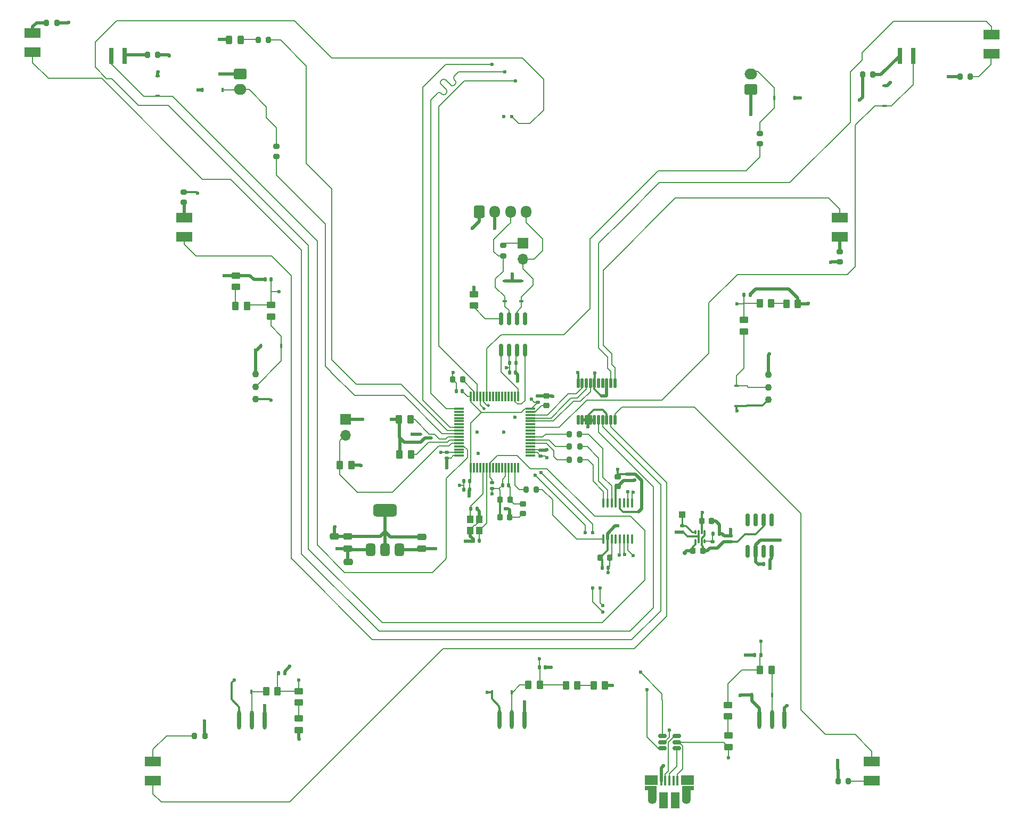
<source format=gtl>
G04 #@! TF.GenerationSoftware,KiCad,Pcbnew,8.0.2*
G04 #@! TF.CreationDate,2025-01-24T23:56:58-07:00*
G04 #@! TF.ProjectId,steering wheel v4,73746565-7269-46e6-9720-776865656c20,rev?*
G04 #@! TF.SameCoordinates,Original*
G04 #@! TF.FileFunction,Copper,L1,Top*
G04 #@! TF.FilePolarity,Positive*
%FSLAX46Y46*%
G04 Gerber Fmt 4.6, Leading zero omitted, Abs format (unit mm)*
G04 Created by KiCad (PCBNEW 8.0.2) date 2025-01-24 23:56:58*
%MOMM*%
%LPD*%
G01*
G04 APERTURE LIST*
G04 Aperture macros list*
%AMRoundRect*
0 Rectangle with rounded corners*
0 $1 Rounding radius*
0 $2 $3 $4 $5 $6 $7 $8 $9 X,Y pos of 4 corners*
0 Add a 4 corners polygon primitive as box body*
4,1,4,$2,$3,$4,$5,$6,$7,$8,$9,$2,$3,0*
0 Add four circle primitives for the rounded corners*
1,1,$1+$1,$2,$3*
1,1,$1+$1,$4,$5*
1,1,$1+$1,$6,$7*
1,1,$1+$1,$8,$9*
0 Add four rect primitives between the rounded corners*
20,1,$1+$1,$2,$3,$4,$5,0*
20,1,$1+$1,$4,$5,$6,$7,0*
20,1,$1+$1,$6,$7,$8,$9,0*
20,1,$1+$1,$8,$9,$2,$3,0*%
G04 Aperture macros list end*
G04 #@! TA.AperFunction,SMDPad,CuDef*
%ADD10RoundRect,0.140000X-0.140000X-0.170000X0.140000X-0.170000X0.140000X0.170000X-0.140000X0.170000X0*%
G04 #@! TD*
G04 #@! TA.AperFunction,SMDPad,CuDef*
%ADD11RoundRect,0.225000X-0.225000X-0.250000X0.225000X-0.250000X0.225000X0.250000X-0.225000X0.250000X0*%
G04 #@! TD*
G04 #@! TA.AperFunction,SMDPad,CuDef*
%ADD12RoundRect,0.250000X0.475000X-0.250000X0.475000X0.250000X-0.475000X0.250000X-0.475000X-0.250000X0*%
G04 #@! TD*
G04 #@! TA.AperFunction,SMDPad,CuDef*
%ADD13RoundRect,0.200000X-0.200000X-0.275000X0.200000X-0.275000X0.200000X0.275000X-0.200000X0.275000X0*%
G04 #@! TD*
G04 #@! TA.AperFunction,SMDPad,CuDef*
%ADD14R,1.000000X1.150000*%
G04 #@! TD*
G04 #@! TA.AperFunction,SMDPad,CuDef*
%ADD15RoundRect,0.250000X-0.262500X-0.450000X0.262500X-0.450000X0.262500X0.450000X-0.262500X0.450000X0*%
G04 #@! TD*
G04 #@! TA.AperFunction,ComponentPad*
%ADD16R,1.700000X1.700000*%
G04 #@! TD*
G04 #@! TA.AperFunction,ComponentPad*
%ADD17O,1.700000X1.700000*%
G04 #@! TD*
G04 #@! TA.AperFunction,SMDPad,CuDef*
%ADD18R,0.800000X0.400000*%
G04 #@! TD*
G04 #@! TA.AperFunction,SMDPad,CuDef*
%ADD19RoundRect,0.250000X-0.450000X0.262500X-0.450000X-0.262500X0.450000X-0.262500X0.450000X0.262500X0*%
G04 #@! TD*
G04 #@! TA.AperFunction,SMDPad,CuDef*
%ADD20RoundRect,0.140000X0.170000X-0.140000X0.170000X0.140000X-0.170000X0.140000X-0.170000X-0.140000X0*%
G04 #@! TD*
G04 #@! TA.AperFunction,SMDPad,CuDef*
%ADD21RoundRect,0.200000X0.200000X0.275000X-0.200000X0.275000X-0.200000X-0.275000X0.200000X-0.275000X0*%
G04 #@! TD*
G04 #@! TA.AperFunction,SMDPad,CuDef*
%ADD22R,2.600000X1.500000*%
G04 #@! TD*
G04 #@! TA.AperFunction,SMDPad,CuDef*
%ADD23RoundRect,0.250000X0.450000X-0.262500X0.450000X0.262500X-0.450000X0.262500X-0.450000X-0.262500X0*%
G04 #@! TD*
G04 #@! TA.AperFunction,SMDPad,CuDef*
%ADD24RoundRect,0.250000X0.262500X0.450000X-0.262500X0.450000X-0.262500X-0.450000X0.262500X-0.450000X0*%
G04 #@! TD*
G04 #@! TA.AperFunction,SMDPad,CuDef*
%ADD25RoundRect,0.218750X-0.256250X0.218750X-0.256250X-0.218750X0.256250X-0.218750X0.256250X0.218750X0*%
G04 #@! TD*
G04 #@! TA.AperFunction,SMDPad,CuDef*
%ADD26RoundRect,0.135000X-0.185000X0.135000X-0.185000X-0.135000X0.185000X-0.135000X0.185000X0.135000X0*%
G04 #@! TD*
G04 #@! TA.AperFunction,SMDPad,CuDef*
%ADD27R,0.400000X1.650000*%
G04 #@! TD*
G04 #@! TA.AperFunction,SMDPad,CuDef*
%ADD28R,1.825000X0.700000*%
G04 #@! TD*
G04 #@! TA.AperFunction,SMDPad,CuDef*
%ADD29R,2.000000X1.500000*%
G04 #@! TD*
G04 #@! TA.AperFunction,SMDPad,CuDef*
%ADD30R,1.350000X2.000000*%
G04 #@! TD*
G04 #@! TA.AperFunction,ComponentPad*
%ADD31O,1.350000X1.700000*%
G04 #@! TD*
G04 #@! TA.AperFunction,ComponentPad*
%ADD32O,1.100000X1.500000*%
G04 #@! TD*
G04 #@! TA.AperFunction,SMDPad,CuDef*
%ADD33R,1.430000X2.500000*%
G04 #@! TD*
G04 #@! TA.AperFunction,ComponentPad*
%ADD34C,1.100000*%
G04 #@! TD*
G04 #@! TA.AperFunction,SMDPad,CuDef*
%ADD35RoundRect,0.100000X0.100000X-0.637500X0.100000X0.637500X-0.100000X0.637500X-0.100000X-0.637500X0*%
G04 #@! TD*
G04 #@! TA.AperFunction,SMDPad,CuDef*
%ADD36RoundRect,0.200000X0.275000X-0.200000X0.275000X0.200000X-0.275000X0.200000X-0.275000X-0.200000X0*%
G04 #@! TD*
G04 #@! TA.AperFunction,SMDPad,CuDef*
%ADD37RoundRect,0.225000X0.250000X-0.225000X0.250000X0.225000X-0.250000X0.225000X-0.250000X-0.225000X0*%
G04 #@! TD*
G04 #@! TA.AperFunction,SMDPad,CuDef*
%ADD38R,0.400000X0.800000*%
G04 #@! TD*
G04 #@! TA.AperFunction,SMDPad,CuDef*
%ADD39RoundRect,0.200000X-0.275000X0.200000X-0.275000X-0.200000X0.275000X-0.200000X0.275000X0.200000X0*%
G04 #@! TD*
G04 #@! TA.AperFunction,SMDPad,CuDef*
%ADD40RoundRect,0.140000X-0.170000X0.140000X-0.170000X-0.140000X0.170000X-0.140000X0.170000X0.140000X0*%
G04 #@! TD*
G04 #@! TA.AperFunction,SMDPad,CuDef*
%ADD41R,1.000000X1.000000*%
G04 #@! TD*
G04 #@! TA.AperFunction,SMDPad,CuDef*
%ADD42RoundRect,0.375000X0.375000X-0.625000X0.375000X0.625000X-0.375000X0.625000X-0.375000X-0.625000X0*%
G04 #@! TD*
G04 #@! TA.AperFunction,SMDPad,CuDef*
%ADD43RoundRect,0.500000X1.400000X-0.500000X1.400000X0.500000X-1.400000X0.500000X-1.400000X-0.500000X0*%
G04 #@! TD*
G04 #@! TA.AperFunction,SMDPad,CuDef*
%ADD44RoundRect,0.135000X-0.135000X-0.185000X0.135000X-0.185000X0.135000X0.185000X-0.135000X0.185000X0*%
G04 #@! TD*
G04 #@! TA.AperFunction,SMDPad,CuDef*
%ADD45RoundRect,0.150000X0.512500X0.150000X-0.512500X0.150000X-0.512500X-0.150000X0.512500X-0.150000X0*%
G04 #@! TD*
G04 #@! TA.AperFunction,SMDPad,CuDef*
%ADD46RoundRect,0.150000X0.150000X-0.825000X0.150000X0.825000X-0.150000X0.825000X-0.150000X-0.825000X0*%
G04 #@! TD*
G04 #@! TA.AperFunction,ComponentPad*
%ADD47R,0.750000X2.530000*%
G04 #@! TD*
G04 #@! TA.AperFunction,ComponentPad*
%ADD48RoundRect,0.250000X-0.600000X-0.725000X0.600000X-0.725000X0.600000X0.725000X-0.600000X0.725000X0*%
G04 #@! TD*
G04 #@! TA.AperFunction,ComponentPad*
%ADD49O,1.700000X1.950000*%
G04 #@! TD*
G04 #@! TA.AperFunction,ComponentPad*
%ADD50RoundRect,0.250000X-0.750000X0.600000X-0.750000X-0.600000X0.750000X-0.600000X0.750000X0.600000X0*%
G04 #@! TD*
G04 #@! TA.AperFunction,ComponentPad*
%ADD51O,2.000000X1.700000*%
G04 #@! TD*
G04 #@! TA.AperFunction,SMDPad,CuDef*
%ADD52RoundRect,0.300000X0.000010X1.200000X-0.000010X1.200000X-0.000010X-1.200000X0.000010X-1.200000X0*%
G04 #@! TD*
G04 #@! TA.AperFunction,SMDPad,CuDef*
%ADD53RoundRect,0.075000X0.075000X-0.260000X0.075000X0.260000X-0.075000X0.260000X-0.075000X-0.260000X0*%
G04 #@! TD*
G04 #@! TA.AperFunction,SMDPad,CuDef*
%ADD54RoundRect,0.075000X0.075000X-0.700000X0.075000X0.700000X-0.075000X0.700000X-0.075000X-0.700000X0*%
G04 #@! TD*
G04 #@! TA.AperFunction,SMDPad,CuDef*
%ADD55RoundRect,0.075000X0.700000X-0.075000X0.700000X0.075000X-0.700000X0.075000X-0.700000X-0.075000X0*%
G04 #@! TD*
G04 #@! TA.AperFunction,SMDPad,CuDef*
%ADD56RoundRect,0.050000X0.175000X-0.700000X0.175000X0.700000X-0.175000X0.700000X-0.175000X-0.700000X0*%
G04 #@! TD*
G04 #@! TA.AperFunction,SMDPad,CuDef*
%ADD57RoundRect,0.090000X0.135000X-0.660000X0.135000X0.660000X-0.135000X0.660000X-0.135000X-0.660000X0*%
G04 #@! TD*
G04 #@! TA.AperFunction,SMDPad,CuDef*
%ADD58RoundRect,0.225000X0.225000X0.250000X-0.225000X0.250000X-0.225000X-0.250000X0.225000X-0.250000X0*%
G04 #@! TD*
G04 #@! TA.AperFunction,SMDPad,CuDef*
%ADD59RoundRect,0.140000X0.140000X0.170000X-0.140000X0.170000X-0.140000X-0.170000X0.140000X-0.170000X0*%
G04 #@! TD*
G04 #@! TA.AperFunction,SMDPad,CuDef*
%ADD60R,0.425000X0.200000*%
G04 #@! TD*
G04 #@! TA.AperFunction,ComponentPad*
%ADD61RoundRect,0.250000X0.750000X-0.600000X0.750000X0.600000X-0.750000X0.600000X-0.750000X-0.600000X0*%
G04 #@! TD*
G04 #@! TA.AperFunction,SMDPad,CuDef*
%ADD62RoundRect,0.135000X0.185000X-0.135000X0.185000X0.135000X-0.185000X0.135000X-0.185000X-0.135000X0*%
G04 #@! TD*
G04 #@! TA.AperFunction,SMDPad,CuDef*
%ADD63RoundRect,0.250000X-0.475000X0.250000X-0.475000X-0.250000X0.475000X-0.250000X0.475000X0.250000X0*%
G04 #@! TD*
G04 #@! TA.AperFunction,SMDPad,CuDef*
%ADD64RoundRect,0.243750X-0.243750X-0.456250X0.243750X-0.456250X0.243750X0.456250X-0.243750X0.456250X0*%
G04 #@! TD*
G04 #@! TA.AperFunction,ViaPad*
%ADD65C,0.600000*%
G04 #@! TD*
G04 #@! TA.AperFunction,ViaPad*
%ADD66C,0.700000*%
G04 #@! TD*
G04 #@! TA.AperFunction,ViaPad*
%ADD67C,0.500000*%
G04 #@! TD*
G04 #@! TA.AperFunction,Conductor*
%ADD68C,0.200000*%
G04 #@! TD*
G04 #@! TA.AperFunction,Conductor*
%ADD69C,0.500000*%
G04 #@! TD*
G04 #@! TA.AperFunction,Conductor*
%ADD70C,0.350000*%
G04 #@! TD*
G04 #@! TA.AperFunction,Conductor*
%ADD71C,0.300000*%
G04 #@! TD*
G04 #@! TA.AperFunction,Conductor*
%ADD72C,0.250000*%
G04 #@! TD*
G04 APERTURE END LIST*
D10*
X166286122Y-113562913D03*
X167246122Y-113562913D03*
D11*
X150071122Y-102762913D03*
X151621122Y-102762913D03*
D12*
X125871122Y-110512913D03*
X125871122Y-108612913D03*
D11*
X150021122Y-105562913D03*
X151571122Y-105562913D03*
D12*
X123746122Y-108562913D03*
D13*
X154196122Y-101087913D03*
X155846122Y-101087913D03*
D14*
X145346122Y-105887913D03*
X145346122Y-107637913D03*
X146746122Y-107637913D03*
X146746122Y-105887913D03*
D15*
X195583622Y-71537913D03*
X197408622Y-71537913D03*
D16*
X125471122Y-89922913D03*
D17*
X125471122Y-92462913D03*
D13*
X223171122Y-35412913D03*
X224821122Y-35412913D03*
D10*
X191991122Y-112987913D03*
X192951122Y-112987913D03*
D18*
X95646122Y-35312913D03*
X95646122Y-38512913D03*
D19*
X186246122Y-135387913D03*
X186246122Y-137212913D03*
D20*
X148796122Y-100992913D03*
X148796122Y-100032913D03*
D21*
X103125000Y-140300000D03*
X101475000Y-140300000D03*
D22*
X94850000Y-147400000D03*
X94850000Y-144400000D03*
D10*
X143116122Y-85487913D03*
X144076122Y-85487913D03*
D19*
X186346122Y-140250413D03*
X186346122Y-142075413D03*
D23*
X108071122Y-68887913D03*
X108071122Y-67062913D03*
D13*
X203780000Y-147520000D03*
X205430000Y-147520000D03*
D24*
X135808622Y-89987913D03*
X133983622Y-89987913D03*
D25*
X153696122Y-103387913D03*
X153696122Y-104962913D03*
D26*
X178996122Y-106867913D03*
X178996122Y-107887913D03*
D27*
X175675000Y-147435000D03*
X176325000Y-147435000D03*
X176975000Y-147435000D03*
X177625000Y-147435000D03*
X178275000Y-147435000D03*
D28*
X174025000Y-148635000D03*
D29*
X174125000Y-147335000D03*
D30*
X174245000Y-149385000D03*
D31*
X174245000Y-150315000D03*
D32*
X174555000Y-147315000D03*
D33*
X176015000Y-150585000D03*
X177935000Y-150585000D03*
D32*
X179395000Y-147315000D03*
D31*
X179705000Y-150315000D03*
D30*
X179725000Y-149385000D03*
D29*
X179875000Y-147315000D03*
D28*
X179975000Y-148635000D03*
D16*
X153700000Y-61900000D03*
D17*
X153700000Y-64440000D03*
D13*
X207671122Y-35087913D03*
X209321122Y-35087913D03*
D34*
X192721122Y-82837913D03*
X192721122Y-84837913D03*
X192721122Y-86837913D03*
D22*
X204075000Y-57900000D03*
X204075000Y-60900000D03*
D35*
X166496122Y-108987913D03*
X167146122Y-108987913D03*
X167796122Y-108987913D03*
X168446122Y-108987913D03*
X169096122Y-108987913D03*
X169746122Y-108987913D03*
X170396122Y-108987913D03*
X171046122Y-108987913D03*
X171046122Y-103262913D03*
X170396122Y-103262913D03*
X169746122Y-103262913D03*
X169096122Y-103262913D03*
X168446122Y-103262913D03*
X167796122Y-103262913D03*
X167146122Y-103262913D03*
X166496122Y-103262913D03*
D11*
X182151122Y-106137913D03*
X183701122Y-106137913D03*
D36*
X204096122Y-64912913D03*
X204096122Y-63262913D03*
D18*
X150825000Y-71150000D03*
X150825000Y-67950000D03*
X187675000Y-87837500D03*
X187675000Y-84637500D03*
D23*
X145896122Y-71837913D03*
X145896122Y-70012913D03*
D37*
X157421122Y-87762913D03*
X157421122Y-86212913D03*
D38*
X196871122Y-38787913D03*
X193671122Y-38787913D03*
D39*
X99796122Y-53787913D03*
X99796122Y-55437913D03*
D40*
X141571122Y-95162913D03*
X141571122Y-96122913D03*
D24*
X135883622Y-95512913D03*
X134058622Y-95512913D03*
D41*
X179025000Y-105075000D03*
D38*
X112075000Y-78250000D03*
X115275000Y-78250000D03*
D22*
X99870000Y-60885000D03*
X99870000Y-57885000D03*
D42*
X129471122Y-110687913D03*
X131771122Y-110687913D03*
D43*
X131771122Y-104387913D03*
D42*
X134071122Y-110687913D03*
D24*
X156358622Y-132237913D03*
X154533622Y-132237913D03*
D36*
X150550000Y-63950000D03*
X150550000Y-62300000D03*
D44*
X183886122Y-108177913D03*
X184906122Y-108177913D03*
D10*
X145411122Y-104187913D03*
X146371122Y-104187913D03*
D45*
X178137500Y-142256043D03*
X178137500Y-141306043D03*
X178137500Y-140356043D03*
X175862500Y-140356043D03*
X175862500Y-141306043D03*
X175862500Y-142256043D03*
D10*
X144261122Y-101162913D03*
X145221122Y-101162913D03*
D20*
X170271122Y-99662913D03*
X170271122Y-98702913D03*
D13*
X111608622Y-29612913D03*
X113258622Y-29612913D03*
D46*
X150186122Y-78912913D03*
X151456122Y-78912913D03*
X152726122Y-78912913D03*
X153996122Y-78912913D03*
X153996122Y-73962913D03*
X152726122Y-73962913D03*
X151456122Y-73962913D03*
X150186122Y-73962913D03*
D22*
X228200000Y-28750000D03*
X228200000Y-31750000D03*
D47*
X213598622Y-32095413D03*
X215728622Y-32095413D03*
D48*
X146721122Y-56937913D03*
D49*
X149221122Y-56937913D03*
X151721122Y-56937913D03*
X154221122Y-56937913D03*
D21*
X95646122Y-31987913D03*
X93996122Y-31987913D03*
D18*
X211171122Y-36887913D03*
X211171122Y-40087913D03*
D20*
X186696122Y-109457913D03*
X186696122Y-108497913D03*
D50*
X108721122Y-34987913D03*
D51*
X108721122Y-37487913D03*
D52*
X195296122Y-137737913D03*
X193296122Y-137737913D03*
X191296122Y-137737913D03*
D19*
X118071122Y-133187913D03*
X118071122Y-135012913D03*
D12*
X137621122Y-110537913D03*
X137621122Y-108637913D03*
D10*
X150446122Y-100412913D03*
X151406122Y-100412913D03*
D11*
X142546122Y-83612913D03*
X144096122Y-83612913D03*
D52*
X153946122Y-137712913D03*
X151946122Y-137712913D03*
X149946122Y-137712913D03*
D53*
X181096122Y-109377913D03*
X181596122Y-109377913D03*
X182096122Y-109377913D03*
X182596122Y-109377913D03*
X182596122Y-107897913D03*
X182096122Y-107897913D03*
X181596122Y-107897913D03*
X181096122Y-107897913D03*
D47*
X90336122Y-32112913D03*
X88206122Y-32112913D03*
D13*
X161071122Y-96387913D03*
X162721122Y-96387913D03*
D54*
X145421122Y-97662913D03*
X145921122Y-97662913D03*
X146421122Y-97662913D03*
X146921122Y-97662913D03*
X147421122Y-97662913D03*
X147921122Y-97662913D03*
X148421122Y-97662913D03*
X148921122Y-97662913D03*
X149421122Y-97662913D03*
X149921122Y-97662913D03*
X150421122Y-97662913D03*
X150921122Y-97662913D03*
X151421122Y-97662913D03*
X151921122Y-97662913D03*
X152421122Y-97662913D03*
X152921122Y-97662913D03*
D55*
X154846122Y-95737913D03*
X154846122Y-95237913D03*
X154846122Y-94737913D03*
X154846122Y-94237913D03*
X154846122Y-93737913D03*
X154846122Y-93237913D03*
X154846122Y-92737913D03*
X154846122Y-92237913D03*
X154846122Y-91737913D03*
X154846122Y-91237913D03*
X154846122Y-90737913D03*
X154846122Y-90237913D03*
X154846122Y-89737913D03*
X154846122Y-89237913D03*
X154846122Y-88737913D03*
X154846122Y-88237913D03*
D54*
X152921122Y-86312913D03*
X152421122Y-86312913D03*
X151921122Y-86312913D03*
X151421122Y-86312913D03*
X150921122Y-86312913D03*
X150421122Y-86312913D03*
X149921122Y-86312913D03*
X149421122Y-86312913D03*
X148921122Y-86312913D03*
X148421122Y-86312913D03*
X147921122Y-86312913D03*
X147421122Y-86312913D03*
X146921122Y-86312913D03*
X146421122Y-86312913D03*
X145921122Y-86312913D03*
X145421122Y-86312913D03*
D55*
X143496122Y-88237913D03*
X143496122Y-88737913D03*
X143496122Y-89237913D03*
X143496122Y-89737913D03*
X143496122Y-90237913D03*
X143496122Y-90737913D03*
X143496122Y-91237913D03*
X143496122Y-91737913D03*
X143496122Y-92237913D03*
X143496122Y-92737913D03*
X143496122Y-93237913D03*
X143496122Y-93737913D03*
X143496122Y-94237913D03*
X143496122Y-94737913D03*
X143496122Y-95237913D03*
X143496122Y-95737913D03*
D21*
X162746122Y-94287913D03*
X161096122Y-94287913D03*
D38*
X148746122Y-133362913D03*
X151946122Y-133362913D03*
D10*
X151611122Y-81012913D03*
X152571122Y-81012913D03*
D15*
X160507500Y-132260000D03*
X162332500Y-132260000D03*
D11*
X165971122Y-111962913D03*
X167521122Y-111962913D03*
D19*
X113646122Y-71762913D03*
X113646122Y-73587913D03*
D22*
X75725000Y-31500000D03*
X75725000Y-28500000D03*
D15*
X191333622Y-71512913D03*
X193158622Y-71512913D03*
D10*
X151586122Y-82537913D03*
X152546122Y-82537913D03*
D56*
X162471122Y-90012913D03*
X163121122Y-90012913D03*
X163771122Y-90012913D03*
X164421122Y-90012913D03*
X165071122Y-90012913D03*
D57*
X165721122Y-90012913D03*
D56*
X166371122Y-90012913D03*
D57*
X167021122Y-90012913D03*
X167671122Y-90012913D03*
D56*
X168321122Y-90012913D03*
X168321122Y-84212913D03*
X167671122Y-84212913D03*
D57*
X167021122Y-84212913D03*
X166371122Y-84212913D03*
D56*
X165721122Y-84212913D03*
D57*
X165071122Y-84212913D03*
X164421122Y-84212913D03*
D56*
X163771122Y-84212913D03*
D57*
X163121122Y-84212913D03*
X162471122Y-84212913D03*
D58*
X182271122Y-110877913D03*
X180721122Y-110877913D03*
D10*
X188841122Y-70112913D03*
X189801122Y-70112913D03*
D24*
X109821122Y-71887913D03*
X107996122Y-71887913D03*
X126421122Y-97262913D03*
X124596122Y-97262913D03*
D19*
X188821122Y-74112913D03*
X188821122Y-75937913D03*
D37*
X168771122Y-100612913D03*
X168771122Y-99062913D03*
D38*
X102746122Y-37537913D03*
X105946122Y-37537913D03*
D39*
X114521122Y-46487913D03*
X114521122Y-48137913D03*
D59*
X146735000Y-109284999D03*
X145775000Y-109284999D03*
D60*
X139121122Y-93587913D03*
X139121122Y-92937913D03*
X139121122Y-92287913D03*
X137446122Y-92287913D03*
X137446122Y-93587913D03*
D10*
X144271122Y-99787913D03*
X145231122Y-99787913D03*
D18*
X153475000Y-67975000D03*
X153475000Y-71175000D03*
D20*
X156496122Y-95792913D03*
X156496122Y-94832913D03*
D34*
X111156122Y-86752913D03*
X111156122Y-84752913D03*
X111156122Y-82752913D03*
D46*
X189436122Y-110912913D03*
X190706122Y-110912913D03*
X191976122Y-110912913D03*
X193246122Y-110912913D03*
X193246122Y-105962913D03*
X191976122Y-105962913D03*
X190706122Y-105962913D03*
X189436122Y-105962913D03*
D40*
X156046122Y-86262913D03*
X156046122Y-87222913D03*
D10*
X114866122Y-130312913D03*
X115826122Y-130312913D03*
D15*
X191383622Y-129812913D03*
X193208622Y-129812913D03*
D59*
X113651122Y-67662913D03*
X112691122Y-67662913D03*
D19*
X118046122Y-137562913D03*
X118046122Y-139387913D03*
D21*
X79571122Y-26837913D03*
X77921122Y-26837913D03*
D15*
X164920000Y-132310000D03*
X166745000Y-132310000D03*
D39*
X191396122Y-44462913D03*
X191396122Y-46112913D03*
D61*
X189921122Y-37487913D03*
D51*
X189921122Y-34987913D03*
D62*
X183826122Y-110447913D03*
X183826122Y-109427913D03*
D63*
X125921122Y-112637913D03*
D52*
X112596122Y-137787913D03*
X110596122Y-137787913D03*
X108596122Y-137787913D03*
D38*
X107346122Y-133337913D03*
X110546122Y-133337913D03*
D24*
X114696122Y-133237913D03*
X112871122Y-133237913D03*
D13*
X161046122Y-92287913D03*
X162696122Y-92287913D03*
D38*
X190096122Y-133837913D03*
X193296122Y-133837913D03*
D64*
X106950000Y-29587500D03*
X108825000Y-29587500D03*
D10*
X156311122Y-129437913D03*
X157271122Y-129437913D03*
D22*
X209175000Y-144425000D03*
X209175000Y-147425000D03*
D59*
X191521122Y-127462913D03*
X190561122Y-127462913D03*
D65*
X152400000Y-89600000D03*
X146600000Y-95400000D03*
X146400000Y-92000000D03*
X150600000Y-92000000D03*
X95671122Y-34662913D03*
X199100000Y-71500000D03*
X123796122Y-107037913D03*
X187700000Y-88587500D03*
X157500000Y-96025000D03*
X142571122Y-82462913D03*
X107771122Y-131437913D03*
X106221122Y-67112913D03*
X151096122Y-81762913D03*
X118096122Y-140812913D03*
D66*
X179396122Y-111177913D03*
D65*
X111150000Y-78950000D03*
X165120000Y-82590000D03*
X143646122Y-100487913D03*
X102071122Y-37562913D03*
X167907500Y-132310000D03*
X189116122Y-127462913D03*
X197771122Y-38837913D03*
X188196122Y-133887913D03*
X150660000Y-41780000D03*
X164030000Y-91120000D03*
X158146122Y-129437913D03*
X145621122Y-59512913D03*
X116621122Y-129262913D03*
X127925000Y-97300000D03*
X186671122Y-107462913D03*
X148796122Y-101812913D03*
X144550000Y-109325000D03*
X132771122Y-89937913D03*
X186346122Y-143787913D03*
X192946122Y-113687913D03*
X212146122Y-36312913D03*
X168800000Y-97875000D03*
X152025000Y-66825000D03*
X158446122Y-86337913D03*
X167271122Y-114362913D03*
X140670000Y-95170000D03*
X148046122Y-133387913D03*
X145921122Y-68912913D03*
X105446122Y-29537913D03*
X150871122Y-104137913D03*
X152871122Y-83812913D03*
X136071122Y-92287913D03*
X207221122Y-39137913D03*
X155025000Y-86750000D03*
X97496122Y-32112913D03*
X157471122Y-94812913D03*
X171446122Y-99637913D03*
X145121122Y-102137913D03*
X141546122Y-97637913D03*
X162440000Y-82530000D03*
X139771122Y-110512913D03*
X105546122Y-34987913D03*
X189896122Y-41462913D03*
X128171122Y-89937913D03*
X101921122Y-53937913D03*
X182221122Y-104737913D03*
X221371122Y-35437913D03*
X153921122Y-134887913D03*
X176000000Y-145056043D03*
X203730000Y-144220000D03*
X112646122Y-135537913D03*
X194621122Y-109187913D03*
X81471122Y-26787913D03*
X177000000Y-139400000D03*
X113671122Y-86937913D03*
X103075000Y-137925000D03*
X124171122Y-110562913D03*
X195646122Y-135487913D03*
X202621122Y-64962913D03*
X192871122Y-79512913D03*
X149171122Y-59562913D03*
X178096122Y-107887913D03*
X168746122Y-106912913D03*
X151920000Y-41780000D03*
X152521122Y-36070000D03*
X148740000Y-33480000D03*
X150775000Y-34685000D03*
X156321122Y-128012913D03*
X169844464Y-111486407D03*
X191546122Y-125275413D03*
X171196122Y-111612913D03*
X169046122Y-111537913D03*
X118071122Y-131437913D03*
X187696122Y-71537913D03*
X171195577Y-101517522D03*
X166000000Y-116800000D03*
X164800000Y-108000000D03*
X156600000Y-98400000D03*
X173400000Y-133000000D03*
D67*
X148200003Y-87750000D03*
D65*
X166400000Y-119600000D03*
X163600000Y-108000000D03*
X155600000Y-98800000D03*
X166400000Y-120600000D03*
D67*
X147500000Y-88250000D03*
D65*
X164800000Y-116800000D03*
X172400000Y-130200000D03*
X170396122Y-101487913D03*
X114921122Y-69587913D03*
D68*
X147421122Y-86312913D02*
X147421122Y-87120323D01*
X147421122Y-87120323D02*
X148050799Y-87750000D01*
X148050799Y-87750000D02*
X148200003Y-87750000D01*
X146921122Y-86312913D02*
X146921122Y-87671122D01*
X146921122Y-87671122D02*
X147500000Y-88250000D01*
X166000000Y-119200000D02*
X166400000Y-119600000D01*
X139296122Y-114312913D02*
X125346122Y-114312913D01*
X141321122Y-112287913D02*
X139296122Y-114312913D01*
X144846122Y-94780503D02*
X144846122Y-96012913D01*
X143496122Y-94237913D02*
X144303532Y-94237913D01*
X97946122Y-38562913D02*
X97946122Y-38587913D01*
X97946122Y-38562913D02*
X93371122Y-38562913D01*
X141496122Y-99362913D02*
X141496122Y-112087913D01*
X97946122Y-38587913D02*
X120971122Y-61612913D01*
X125346122Y-114312913D02*
X120971122Y-109937913D01*
X93371122Y-38562913D02*
X88206122Y-33397913D01*
X141321122Y-112262913D02*
X141321122Y-112287913D01*
X141496122Y-112087913D02*
X141321122Y-112262913D01*
X144303532Y-94237913D02*
X144846122Y-94780503D01*
X120971122Y-109937913D02*
X120971122Y-61612913D01*
X88206122Y-33397913D02*
X88206122Y-32112913D01*
X144846122Y-96012913D02*
X141496122Y-99362913D01*
D69*
X90461122Y-31987913D02*
X90336122Y-32112913D01*
X93996122Y-31987913D02*
X90461122Y-31987913D01*
D68*
X183246122Y-79437913D02*
X183246122Y-71437913D01*
X206546122Y-43162913D02*
X206546122Y-65612914D01*
X215728622Y-32095413D02*
X215728622Y-36655413D01*
X211171122Y-40087913D02*
X209621122Y-40087913D01*
X154846122Y-91237913D02*
X159446122Y-91237913D01*
X206571122Y-65587913D02*
X206467018Y-65692018D01*
X205246122Y-66912913D02*
X187771122Y-66912913D01*
X175821122Y-86862913D02*
X183246122Y-79437913D01*
X206546122Y-65612914D02*
X206467018Y-65692018D01*
X212246122Y-40087913D02*
X211171122Y-40087913D01*
X212271122Y-40112913D02*
X212246122Y-40087913D01*
X206467018Y-65692018D02*
X205246122Y-66912913D01*
X187771122Y-66912913D02*
X183246122Y-71437913D01*
X215728622Y-36655413D02*
X212271122Y-40112913D01*
X209621122Y-40087913D02*
X206546122Y-43162913D01*
X163821122Y-86862913D02*
X175821122Y-86862913D01*
X159446122Y-91237913D02*
X163821122Y-86862913D01*
D70*
X213496122Y-32197913D02*
X213598622Y-32095413D01*
D69*
X209321122Y-35087913D02*
X210606122Y-35087913D01*
X210606122Y-35087913D02*
X213598622Y-32095413D01*
D68*
X178506043Y-141306043D02*
X178137500Y-141306043D01*
D69*
X150825000Y-67950000D02*
X152025000Y-67950000D01*
X134071122Y-89987913D02*
X134071122Y-92862913D01*
D70*
X149896122Y-135787913D02*
X149946122Y-135837913D01*
D69*
X193246122Y-112032913D02*
X193246122Y-110912913D01*
D68*
X142546122Y-82487913D02*
X142571122Y-82462913D01*
D69*
X146721122Y-56937913D02*
X146721122Y-58412913D01*
X146746122Y-104562913D02*
X146371122Y-104187913D01*
D68*
X167521122Y-113287913D02*
X167246122Y-113562913D01*
D69*
X190096122Y-134762913D02*
X190096122Y-133837913D01*
D68*
X143116122Y-85487913D02*
X143116122Y-84182913D01*
D70*
X150071122Y-104162913D02*
X150071122Y-102762913D01*
X165071122Y-83412913D02*
X165071122Y-84212913D01*
D69*
X184356122Y-106137913D02*
X183701122Y-106137913D01*
D68*
X146196122Y-106762913D02*
X146746122Y-106212913D01*
D69*
X211171122Y-36887913D02*
X211571122Y-36887913D01*
X184906122Y-108177913D02*
X184906122Y-106687913D01*
D68*
X156496122Y-95792913D02*
X157267913Y-95792913D01*
D70*
X148746122Y-133362913D02*
X148071122Y-133362913D01*
D69*
X145346122Y-108546122D02*
X145346122Y-107637913D01*
X192951122Y-112327913D02*
X192951122Y-112987913D01*
X157421122Y-86212913D02*
X158321122Y-86212913D01*
X110296122Y-67062913D02*
X110896122Y-67662913D01*
D68*
X148796122Y-100992913D02*
X148796122Y-101812913D01*
D69*
X111156122Y-82752913D02*
X111156122Y-79072913D01*
X188246122Y-133837913D02*
X188196122Y-133887913D01*
X196871122Y-38787913D02*
X197721122Y-38787913D01*
X134071122Y-89987913D02*
X132821122Y-89987913D01*
D68*
X143671122Y-100462913D02*
X143646122Y-100487913D01*
D70*
X168771122Y-97903878D02*
X168800000Y-97875000D01*
D69*
X189801122Y-70112913D02*
X189801122Y-70082913D01*
D70*
X149946122Y-135837913D02*
X149946122Y-137712913D01*
D68*
X141571122Y-95162913D02*
X141646122Y-95237913D01*
D70*
X148746122Y-134437913D02*
X149896122Y-135587913D01*
D69*
X152025000Y-67950000D02*
X153450000Y-67950000D01*
D70*
X148746122Y-133362913D02*
X148746122Y-134437913D01*
X189296122Y-87787913D02*
X191771122Y-87787913D01*
D69*
X145896122Y-70012913D02*
X145896122Y-68937913D01*
X189801122Y-70082913D02*
X190721122Y-69162913D01*
D68*
X185576752Y-141306043D02*
X178137500Y-141306043D01*
X151456122Y-78912913D02*
X151456122Y-80857913D01*
D69*
X102096122Y-37537913D02*
X102071122Y-37562913D01*
X102746122Y-37537913D02*
X102096122Y-37537913D01*
D68*
X144261122Y-99797913D02*
X144271122Y-99787913D01*
D69*
X123746122Y-107087913D02*
X123796122Y-107037913D01*
X127887913Y-97262913D02*
X127925000Y-97300000D01*
D70*
X108596122Y-135762913D02*
X108596122Y-137787913D01*
D69*
X125871122Y-108612913D02*
X130971122Y-108612913D01*
X158321122Y-86212913D02*
X158446122Y-86337913D01*
X131771122Y-110687913D02*
X131771122Y-107812913D01*
D70*
X187675000Y-87837500D02*
X187675000Y-88562500D01*
D69*
X180721122Y-110877913D02*
X179696122Y-110877913D01*
X192951122Y-113682913D02*
X192946122Y-113687913D01*
D70*
X148071122Y-133362913D02*
X148046122Y-133387913D01*
D69*
X145896122Y-68937913D02*
X145921122Y-68912913D01*
D68*
X140670000Y-95170000D02*
X141164035Y-95170000D01*
D70*
X191771122Y-87787913D02*
X192721122Y-86837913D01*
D69*
X132821122Y-89987913D02*
X132771122Y-89937913D01*
D70*
X164071122Y-89812913D02*
X164071122Y-90837913D01*
D68*
X144261122Y-100462913D02*
X144261122Y-99797913D01*
D69*
X152025000Y-67950000D02*
X152025000Y-66825000D01*
X166745000Y-132310000D02*
X167907500Y-132310000D01*
X185396122Y-108177913D02*
X185716122Y-108497913D01*
X190096122Y-133837913D02*
X188246122Y-133837913D01*
X126421122Y-97262913D02*
X127887913Y-97262913D01*
D68*
X151586122Y-81762913D02*
X151586122Y-81037913D01*
D71*
X181096122Y-109377913D02*
X181096122Y-109877913D01*
D68*
X145346122Y-107637913D02*
X145346122Y-107362913D01*
D70*
X168771122Y-99062913D02*
X169131122Y-98702913D01*
D68*
X151586122Y-81762913D02*
X151096122Y-81762913D01*
D69*
X172550000Y-99681130D02*
X171571783Y-98702913D01*
D70*
X169096122Y-103262913D02*
X169096122Y-104131001D01*
D69*
X199062087Y-71537913D02*
X199100000Y-71500000D01*
X184906122Y-106687913D02*
X184356122Y-106137913D01*
D68*
X178275000Y-147435000D02*
X178275000Y-146410000D01*
D69*
X157371122Y-86262913D02*
X157421122Y-86212913D01*
X144550000Y-109325000D02*
X145734999Y-109325000D01*
X111150000Y-78950000D02*
X111375000Y-78950000D01*
X123746122Y-108562913D02*
X125126122Y-108562913D01*
X191296122Y-135962913D02*
X190096122Y-134762913D01*
D70*
X167021122Y-89087913D02*
X167021122Y-89812913D01*
D68*
X179100000Y-145585000D02*
X179100000Y-141900000D01*
D70*
X107346122Y-133337913D02*
X107346122Y-131862913D01*
X166396122Y-88462913D02*
X167021122Y-89087913D01*
D69*
X130971122Y-108612913D02*
X131771122Y-107812913D01*
D71*
X181096122Y-109877913D02*
X180721122Y-110252913D01*
D70*
X189246535Y-87837500D02*
X189296122Y-87787913D01*
D69*
X163771122Y-90012913D02*
X163146122Y-90012913D01*
D68*
X141571122Y-95162913D02*
X141171122Y-95162913D01*
D69*
X191296122Y-137737913D02*
X191296122Y-135962913D01*
D70*
X107346122Y-133337913D02*
X107346122Y-134512913D01*
D69*
X145734999Y-109325000D02*
X145775000Y-109284999D01*
X172550000Y-104150000D02*
X172550000Y-99681130D01*
X134796122Y-93587913D02*
X134146122Y-92937913D01*
X192951122Y-112987913D02*
X192951122Y-113682913D01*
D68*
X144261122Y-101162913D02*
X144261122Y-100462913D01*
X179100000Y-141900000D02*
X178506043Y-141306043D01*
D69*
X157271122Y-129437913D02*
X158146122Y-129437913D01*
D68*
X167796122Y-111687913D02*
X167796122Y-108987913D01*
X155941122Y-95237913D02*
X156496122Y-95792913D01*
D70*
X150021122Y-105562913D02*
X150021122Y-104212913D01*
D69*
X211571122Y-36887913D02*
X212146122Y-36312913D01*
D68*
X144261122Y-100462913D02*
X143671122Y-100462913D01*
D70*
X169096122Y-104131001D02*
X169640121Y-104675000D01*
D69*
X184906122Y-108177913D02*
X185396122Y-108177913D01*
D68*
X150921122Y-99037913D02*
X150446122Y-99512913D01*
D69*
X115826122Y-130312913D02*
X115826122Y-130057913D01*
X146746122Y-105887913D02*
X146746122Y-104562913D01*
X118046122Y-140762913D02*
X118096122Y-140812913D01*
D68*
X143116122Y-84182913D02*
X142546122Y-83612913D01*
D69*
X171571783Y-98702913D02*
X170271122Y-98702913D01*
D70*
X165120000Y-83364035D02*
X165071122Y-83412913D01*
D68*
X141646122Y-95237913D02*
X143496122Y-95237913D01*
D69*
X195896122Y-69162913D02*
X195996122Y-69262913D01*
X164015000Y-90140000D02*
X165015000Y-90140000D01*
D68*
X154846122Y-95237913D02*
X155941122Y-95237913D01*
X167246122Y-114337913D02*
X167271122Y-114362913D01*
X151586122Y-82537913D02*
X151586122Y-81762913D01*
D70*
X169131122Y-98702913D02*
X170271122Y-98702913D01*
D69*
X167021122Y-86212913D02*
X167021122Y-84412913D01*
X186696122Y-108497913D02*
X186696122Y-107487913D01*
D71*
X180721122Y-110252913D02*
X180721122Y-110877913D01*
D69*
X145775000Y-109284999D02*
X145775000Y-108975000D01*
X132596122Y-108637913D02*
X131771122Y-107812913D01*
D68*
X186346122Y-142075413D02*
X186346122Y-143787913D01*
X150071122Y-102762913D02*
X150071122Y-101197913D01*
D69*
X172025000Y-104675000D02*
X172550000Y-104150000D01*
D70*
X165071122Y-85162913D02*
X166121122Y-86212913D01*
X164071122Y-90837913D02*
X164046122Y-90862913D01*
D69*
X118046122Y-139387913D02*
X118046122Y-140762913D01*
X153450000Y-67950000D02*
X153475000Y-67975000D01*
X197408622Y-70675413D02*
X195996122Y-69262913D01*
X186696122Y-107487913D02*
X186671122Y-107462913D01*
X156046122Y-86262913D02*
X157371122Y-86262913D01*
D68*
X186346122Y-142075413D02*
X185576752Y-141306043D01*
D69*
X111375000Y-78950000D02*
X112075000Y-78250000D01*
D68*
X167246122Y-113562913D02*
X167246122Y-114337913D01*
D70*
X149896122Y-135587913D02*
X149896122Y-135787913D01*
D69*
X166121122Y-86212913D02*
X167021122Y-86212913D01*
D68*
X149866122Y-100992913D02*
X150446122Y-100412913D01*
D70*
X107346122Y-134512913D02*
X108596122Y-135762913D01*
D69*
X190721122Y-69162913D02*
X195896122Y-69162913D01*
D70*
X150021122Y-104212913D02*
X150071122Y-104162913D01*
D69*
X137446122Y-93587913D02*
X134796122Y-93587913D01*
D68*
X178275000Y-146410000D02*
X179100000Y-145585000D01*
D69*
X95646122Y-34687913D02*
X95671122Y-34662913D01*
D68*
X145346122Y-107362913D02*
X145946122Y-106762913D01*
D69*
X197721122Y-38787913D02*
X197771122Y-38837913D01*
X185716122Y-108497913D02*
X186696122Y-108497913D01*
D68*
X148796122Y-100992913D02*
X149866122Y-100992913D01*
D69*
X108071122Y-67062913D02*
X107171122Y-67062913D01*
X146721122Y-58412913D02*
X145621122Y-59512913D01*
D68*
X146746122Y-106212913D02*
X146746122Y-105887913D01*
D70*
X169640121Y-104675000D02*
X172025000Y-104675000D01*
D69*
X197408622Y-71537913D02*
X199062087Y-71537913D01*
D70*
X187675000Y-87837500D02*
X189246535Y-87837500D01*
D68*
X167521122Y-111962913D02*
X167796122Y-111687913D01*
D69*
X137621122Y-108637913D02*
X132596122Y-108637913D01*
D70*
X164071122Y-89812913D02*
X164071122Y-89312913D01*
D68*
X151456122Y-80857913D02*
X151611122Y-81012913D01*
D69*
X131771122Y-107812913D02*
X131771122Y-104387913D01*
X139121122Y-92937913D02*
X138096122Y-92937913D01*
D70*
X164921122Y-88462913D02*
X166396122Y-88462913D01*
D68*
X150446122Y-99512913D02*
X150446122Y-100412913D01*
X142546122Y-83612913D02*
X142546122Y-82487913D01*
D69*
X134146122Y-95512913D02*
X134146122Y-92937913D01*
X106271122Y-67062913D02*
X106221122Y-67112913D01*
X112691122Y-67662913D02*
X110896122Y-67662913D01*
X107171122Y-67062913D02*
X106271122Y-67062913D01*
X179696122Y-110877913D02*
X179396122Y-111177913D01*
D70*
X107346122Y-131862913D02*
X107771122Y-131437913D01*
D69*
X95646122Y-35312913D02*
X95646122Y-34687913D01*
D68*
X141164035Y-95170000D02*
X141171122Y-95162913D01*
D69*
X190561122Y-127462913D02*
X189116122Y-127462913D01*
D70*
X168771122Y-99062913D02*
X168771122Y-97903878D01*
D69*
X145775000Y-108975000D02*
X145346122Y-108546122D01*
X197408622Y-71537913D02*
X197408622Y-70675413D01*
D70*
X165120000Y-82590000D02*
X165120000Y-83364035D01*
D69*
X108071122Y-67062913D02*
X110296122Y-67062913D01*
X193246122Y-112032913D02*
X192951122Y-112327913D01*
D68*
X157267913Y-95792913D02*
X157500000Y-96025000D01*
D69*
X138096122Y-92937913D02*
X137446122Y-93587913D01*
D68*
X150921122Y-97662913D02*
X150921122Y-99037913D01*
D70*
X165071122Y-84212913D02*
X165071122Y-85162913D01*
D69*
X123746122Y-108562913D02*
X123746122Y-107087913D01*
D68*
X151586122Y-81037913D02*
X151611122Y-81012913D01*
D69*
X134071122Y-92862913D02*
X134146122Y-92937913D01*
D68*
X167521122Y-111962913D02*
X167521122Y-113287913D01*
D69*
X115826122Y-130057913D02*
X116621122Y-129262913D01*
D70*
X164071122Y-89312913D02*
X164921122Y-88462913D01*
D68*
X145946122Y-106762913D02*
X146196122Y-106762913D01*
X150071122Y-101197913D02*
X149866122Y-100992913D01*
X147122507Y-88821708D02*
X153454917Y-88821708D01*
X156046122Y-87222913D02*
X155497913Y-87222913D01*
D69*
X141571122Y-96367913D02*
X141571122Y-97612913D01*
D68*
X145221122Y-99797913D02*
X145231122Y-99787913D01*
X145421122Y-86312913D02*
X145421122Y-87120323D01*
X145221122Y-101162913D02*
X145221122Y-99797913D01*
D69*
X169721122Y-99662913D02*
X168771122Y-100612913D01*
D68*
X154038712Y-88237913D02*
X154846122Y-88237913D01*
D69*
X151346122Y-104137913D02*
X151571122Y-104362913D01*
D68*
X145421122Y-97662913D02*
X145421122Y-99597913D01*
D70*
X162471122Y-84212913D02*
X162471122Y-82561122D01*
X168771122Y-100612913D02*
X168446122Y-100937913D01*
X162471122Y-82561122D02*
X162440000Y-82530000D01*
D69*
X97371122Y-31987913D02*
X97496122Y-32112913D01*
X128156122Y-89922913D02*
X128171122Y-89937913D01*
D68*
X145421122Y-86312913D02*
X144901122Y-86312913D01*
D70*
X168446122Y-100937913D02*
X168446122Y-103262913D01*
D69*
X151571122Y-104362913D02*
X151571122Y-105562913D01*
D68*
X145421122Y-90523093D02*
X147122507Y-88821708D01*
D69*
X189896122Y-41462913D02*
X189896122Y-37095413D01*
D68*
X152571122Y-81012913D02*
X152571122Y-79067913D01*
D69*
X145121122Y-102137913D02*
X145121122Y-101262913D01*
D68*
X144901122Y-86312913D02*
X144076122Y-85487913D01*
D69*
X145121122Y-101262913D02*
X145221122Y-101162913D01*
D68*
X145421122Y-97662913D02*
X145421122Y-90523093D01*
D69*
X171421122Y-99662913D02*
X171446122Y-99637913D01*
X157451122Y-94832913D02*
X157471122Y-94812913D01*
D68*
X152571122Y-81012913D02*
X152571122Y-82512913D01*
X142236122Y-96122913D02*
X141571122Y-96122913D01*
X155031122Y-88237913D02*
X156046122Y-87222913D01*
D69*
X170271122Y-99662913D02*
X169721122Y-99662913D01*
D68*
X153454917Y-88821708D02*
X154038712Y-88237913D01*
X155497913Y-87222913D02*
X155025000Y-86750000D01*
D69*
X207671122Y-35087913D02*
X207671122Y-38687913D01*
X162446122Y-82536122D02*
X162440000Y-82530000D01*
X207671122Y-38687913D02*
X207221122Y-39137913D01*
D68*
X152571122Y-79067913D02*
X152726122Y-78912913D01*
X154846122Y-94737913D02*
X156376122Y-94737913D01*
X142621122Y-95737913D02*
X142236122Y-96122913D01*
X143496122Y-95737913D02*
X142621122Y-95737913D01*
X151571122Y-105562913D02*
X153096122Y-105562913D01*
D69*
X141571122Y-97612913D02*
X141546122Y-97637913D01*
X137621122Y-110537913D02*
X139746122Y-110537913D01*
X152871122Y-82862913D02*
X152546122Y-82537913D01*
D68*
X153096122Y-105562913D02*
X153696122Y-104962913D01*
D69*
X170271122Y-99662913D02*
X171421122Y-99662913D01*
X125471122Y-89922913D02*
X128156122Y-89922913D01*
X137471122Y-110687913D02*
X137621122Y-110537913D01*
X139746122Y-110537913D02*
X139771122Y-110512913D01*
X136071122Y-92287913D02*
X137446122Y-92287913D01*
D68*
X154846122Y-88237913D02*
X155031122Y-88237913D01*
D69*
X156496122Y-94832913D02*
X157451122Y-94832913D01*
X152871122Y-83812913D02*
X152871122Y-82862913D01*
X134071122Y-110687913D02*
X137471122Y-110687913D01*
X105546122Y-34987913D02*
X108721122Y-34987913D01*
X95646122Y-31987913D02*
X97371122Y-31987913D01*
D68*
X145421122Y-99597913D02*
X145231122Y-99787913D01*
D69*
X105446122Y-29537913D02*
X106896122Y-29537913D01*
X150871122Y-104137913D02*
X151346122Y-104137913D01*
D68*
X145421122Y-87120323D02*
X147122507Y-88821708D01*
X156628532Y-87762913D02*
X157421122Y-87762913D01*
X154846122Y-88737913D02*
X155653532Y-88737913D01*
X155653532Y-88737913D02*
X156628532Y-87762913D01*
X145921122Y-86312913D02*
X145921122Y-85505503D01*
X144096122Y-83680503D02*
X144096122Y-83612913D01*
X145921122Y-85505503D02*
X144096122Y-83680503D01*
X153696122Y-103387913D02*
X152246122Y-103387913D01*
X151621122Y-100627913D02*
X151406122Y-100412913D01*
X152246122Y-103387913D02*
X151621122Y-102762913D01*
X151621122Y-102762913D02*
X151621122Y-100627913D01*
X151406122Y-97677913D02*
X151421122Y-97662913D01*
X151406122Y-100412913D02*
X151406122Y-97677913D01*
D71*
X182096122Y-107897913D02*
X182096122Y-106192913D01*
D69*
X190706122Y-109937914D02*
X191456123Y-109187913D01*
X153946122Y-136012913D02*
X153946122Y-137712913D01*
D68*
X177000000Y-140521595D02*
X177000000Y-139400000D01*
D69*
X191231122Y-112987913D02*
X191161122Y-113057913D01*
D71*
X113486122Y-86752913D02*
X113671122Y-86937913D01*
X182096122Y-106192913D02*
X182151122Y-106137913D01*
D69*
X203730000Y-145620000D02*
X203780000Y-145670000D01*
X191161122Y-113057913D02*
X190706122Y-112602913D01*
X191991122Y-112987913D02*
X191231122Y-112987913D01*
X175675000Y-145381043D02*
X176000000Y-145056043D01*
X112596122Y-137787913D02*
X112596122Y-135637913D01*
X202671122Y-64912913D02*
X202621122Y-64962913D01*
D68*
X175862500Y-141306043D02*
X176215552Y-141306043D01*
D69*
X191456123Y-109187913D02*
X194621122Y-109187913D01*
X103075000Y-137925000D02*
X103075000Y-140250000D01*
X149221122Y-58112913D02*
X149221122Y-59512913D01*
X203730000Y-145620000D02*
X203805000Y-145695000D01*
X175675000Y-145381043D02*
X175675000Y-147541043D01*
D68*
X176215552Y-141306043D02*
X177000000Y-140521595D01*
D69*
X125871122Y-112587913D02*
X125921122Y-112637913D01*
X153921122Y-134887913D02*
X153921122Y-135912913D01*
X192721122Y-82837913D02*
X192721122Y-79662913D01*
X204096122Y-64912913D02*
X202671122Y-64912913D01*
X203780000Y-145670000D02*
X203780000Y-147520000D01*
X126046122Y-110687913D02*
X125871122Y-110512913D01*
D71*
X182151122Y-104807913D02*
X182221122Y-104737913D01*
D69*
X129471122Y-110687913D02*
X126046122Y-110687913D01*
X221371122Y-35437913D02*
X223146122Y-35437913D01*
X190706122Y-110912913D02*
X190706122Y-109937914D01*
D71*
X111156122Y-86752913D02*
X113486122Y-86752913D01*
D69*
X124221122Y-110512913D02*
X124171122Y-110562913D01*
X81421122Y-26837913D02*
X81471122Y-26787913D01*
X195296122Y-137737913D02*
X195296122Y-135837913D01*
X149221122Y-56937913D02*
X149221122Y-58112913D01*
D71*
X101771122Y-53787913D02*
X101921122Y-53937913D01*
D69*
X192721122Y-79662913D02*
X192871122Y-79512913D01*
D71*
X99796122Y-53787913D02*
X101771122Y-53787913D01*
D69*
X125871122Y-110512913D02*
X124221122Y-110512913D01*
X195296122Y-135837913D02*
X195646122Y-135487913D01*
D71*
X182151122Y-106137913D02*
X182151122Y-104807913D01*
D69*
X203730000Y-144220000D02*
X203730000Y-145620000D01*
X112596122Y-135587913D02*
X112646122Y-135537913D01*
X125871122Y-110512913D02*
X125871122Y-112587913D01*
X103075000Y-140250000D02*
X103125000Y-140300000D01*
X149221122Y-59512913D02*
X149171122Y-59562913D01*
X79571122Y-26837913D02*
X81421122Y-26837913D01*
X190706122Y-112602913D02*
X190706122Y-110912913D01*
X112596122Y-135637913D02*
X112596122Y-135587913D01*
D68*
X145346122Y-104252913D02*
X145411122Y-104187913D01*
X145411122Y-103722913D02*
X147371122Y-101762913D01*
X145411122Y-104187913D02*
X145411122Y-103722913D01*
X147371122Y-97712913D02*
X147421122Y-97662913D01*
X145346122Y-105887913D02*
X145346122Y-104252913D01*
X147371122Y-101762913D02*
X147371122Y-97712913D01*
X147921122Y-106462913D02*
X147921122Y-97662913D01*
X146746122Y-107637913D02*
X147921122Y-106462913D01*
X146746122Y-109273877D02*
X146735000Y-109284999D01*
X146746122Y-107637913D02*
X146746122Y-109273877D01*
D69*
X168746122Y-106912913D02*
X168353034Y-106912913D01*
D71*
X181596122Y-108577913D02*
X181596122Y-107897913D01*
D70*
X167146122Y-110787913D02*
X165971122Y-111962913D01*
D69*
X178996122Y-107887913D02*
X178096122Y-107887913D01*
D71*
X179831122Y-108582913D02*
X179086122Y-107837913D01*
D70*
X167146122Y-108987913D02*
X167146122Y-110787913D01*
D71*
X181596122Y-108577913D02*
X181591122Y-108582913D01*
D70*
X166286122Y-112277913D02*
X165971122Y-111962913D01*
D69*
X167146122Y-108119825D02*
X167146122Y-108987913D01*
D71*
X181591122Y-108582913D02*
X179831122Y-108582913D01*
X181596122Y-109377913D02*
X181596122Y-108577913D01*
D69*
X168353034Y-106912913D02*
X167146122Y-108119825D01*
D70*
X166286122Y-113562913D02*
X166286122Y-112277913D01*
D68*
X150550000Y-66375000D02*
X150550000Y-63950000D01*
X149075000Y-63250000D02*
X149075000Y-61350000D01*
X151456122Y-72631122D02*
X150825000Y-72000000D01*
X151721122Y-56937913D02*
X151721122Y-58703878D01*
X151612500Y-58812500D02*
X151750000Y-58675000D01*
X150825000Y-71150000D02*
X150825000Y-70425000D01*
X149325000Y-67600000D02*
X150550000Y-66375000D01*
X150825000Y-72000000D02*
X150825000Y-71150000D01*
X151456122Y-73962913D02*
X151456122Y-72631122D01*
X150825000Y-70425000D02*
X149325000Y-68925000D01*
X149075000Y-61350000D02*
X151612500Y-58812500D01*
X150550000Y-63950000D02*
X149775000Y-63950000D01*
X149775000Y-63950000D02*
X149075000Y-63250000D01*
X151721122Y-58703878D02*
X151612500Y-58812500D01*
X149325000Y-68925000D02*
X149325000Y-67600000D01*
X153700000Y-65975000D02*
X153700000Y-65850000D01*
X152726122Y-72823878D02*
X153475000Y-72075000D01*
X153475000Y-70450000D02*
X155325000Y-68600000D01*
X156850000Y-63075000D02*
X156850000Y-61250000D01*
X156850000Y-61250000D02*
X154221122Y-58621122D01*
X154221122Y-58621122D02*
X154221122Y-58575000D01*
X155325000Y-68600000D02*
X155325000Y-67600000D01*
X153700000Y-65850000D02*
X153700000Y-64440000D01*
X155325000Y-67600000D02*
X153700000Y-65975000D01*
X153475000Y-72075000D02*
X153475000Y-71175000D01*
X153700000Y-64440000D02*
X155485000Y-64440000D01*
X153475000Y-71175000D02*
X153475000Y-70450000D01*
X154221122Y-56937913D02*
X154221122Y-58575000D01*
X152726122Y-73962913D02*
X152726122Y-72823878D01*
X155485000Y-64440000D02*
X156850000Y-63075000D01*
X108796122Y-29512913D02*
X108771122Y-29537913D01*
X111458622Y-29512913D02*
X108796122Y-29512913D01*
D69*
X75721122Y-27487913D02*
X76371122Y-26837913D01*
X75725000Y-27491791D02*
X75725000Y-28325000D01*
X76371122Y-26837913D02*
X77921122Y-26837913D01*
X75721122Y-27487913D02*
X75725000Y-27491791D01*
D68*
X75721122Y-33187913D02*
X75725000Y-33184035D01*
X165721122Y-91962913D02*
X174446122Y-100687913D01*
X174446122Y-100687913D02*
X174446122Y-119937913D01*
X78246122Y-35712913D02*
X75721122Y-33187913D01*
X118496122Y-111362913D02*
X118496122Y-63037913D01*
X170696122Y-123687913D02*
X130821122Y-123687913D01*
X174446122Y-119937913D02*
X170696122Y-123687913D01*
X118471122Y-63037913D02*
X107171122Y-51737913D01*
X102746122Y-51737913D02*
X86721122Y-35712913D01*
X118496122Y-63037913D02*
X118471122Y-63037913D01*
X130821122Y-123687913D02*
X118496122Y-111362913D01*
X165721122Y-89812913D02*
X165721122Y-91962913D01*
X107171122Y-51737913D02*
X102746122Y-51737913D01*
X75725000Y-33184035D02*
X75725000Y-31675000D01*
X86721122Y-35712913D02*
X78246122Y-35712913D01*
D69*
X99870000Y-55511791D02*
X99796122Y-55437913D01*
X99771122Y-55462913D02*
X99796122Y-55437913D01*
X99870000Y-57710000D02*
X99870000Y-55511791D01*
D68*
X175596122Y-100562913D02*
X175621122Y-100587913D01*
X113746122Y-63962913D02*
X101746122Y-63962913D01*
X117171122Y-112412913D02*
X116846122Y-112087913D01*
X166371122Y-90312913D02*
X166371122Y-91162913D01*
X175596122Y-100387913D02*
X175596122Y-100562913D01*
X170996122Y-125012913D02*
X129771122Y-125012913D01*
X166371122Y-89812913D02*
X166371122Y-90312913D01*
X129771122Y-125012913D02*
X116996122Y-112237913D01*
X113746122Y-63962913D02*
X116871122Y-67087913D01*
X116871122Y-67137913D02*
X116871122Y-112112913D01*
X175621122Y-120387913D02*
X170996122Y-125012913D01*
X175621122Y-100587913D02*
X175621122Y-120387913D01*
X101746122Y-63962913D02*
X99941604Y-62158396D01*
X116871122Y-67087913D02*
X116871122Y-67137913D01*
X99870000Y-62086792D02*
X99941604Y-62158396D01*
X116996122Y-112237913D02*
X117171122Y-112412913D01*
X166371122Y-91162913D02*
X175596122Y-100387913D01*
X116871122Y-112112913D02*
X116996122Y-112237913D01*
X99870000Y-61060000D02*
X99870000Y-62086792D01*
X94850000Y-147575000D02*
X94850000Y-149541792D01*
X94850000Y-149541792D02*
X94854104Y-149545896D01*
X94854104Y-149545896D02*
X96164104Y-150855896D01*
X171346122Y-126462913D02*
X141012983Y-126462913D01*
X141012983Y-126462913D02*
X116620000Y-150855896D01*
X167671122Y-89812913D02*
X167671122Y-91162913D01*
X96164104Y-150855896D02*
X116620000Y-150855896D01*
X167671122Y-91162913D02*
X176571122Y-100062913D01*
X176571122Y-121237913D02*
X171346122Y-126462913D01*
X176571122Y-100062913D02*
X176571122Y-121237913D01*
X94846122Y-144862913D02*
X94796122Y-144912913D01*
X94850000Y-144225000D02*
X94850000Y-142475000D01*
X94850000Y-142475000D02*
X97025000Y-140300000D01*
X97025000Y-140300000D02*
X101475000Y-140300000D01*
X205430000Y-147520000D02*
X209095000Y-147520000D01*
X209095000Y-147520000D02*
X209175000Y-147600000D01*
X180946122Y-87962913D02*
X197921122Y-104937913D01*
X197921122Y-136187913D02*
X201796122Y-140062913D01*
X168321122Y-89812913D02*
X168321122Y-89087913D01*
X206496122Y-140062913D02*
X209175000Y-142741791D01*
X169446122Y-87962913D02*
X180946122Y-87962913D01*
X201796122Y-140062913D02*
X206496122Y-140062913D01*
X209175000Y-142741791D02*
X209175000Y-144250000D01*
X168321122Y-89087913D02*
X169446122Y-87962913D01*
X197921122Y-104937913D02*
X197921122Y-136187913D01*
X204075000Y-57725000D02*
X204075000Y-56545000D01*
X202292913Y-54762913D02*
X177946122Y-54762913D01*
X167832102Y-81223893D02*
X168321122Y-81712913D01*
X166471122Y-78187913D02*
X167832102Y-79548893D01*
X167832102Y-79548893D02*
X167832102Y-81223893D01*
X204075000Y-56545000D02*
X202292913Y-54762913D01*
X177946122Y-54762913D02*
X166471122Y-66237913D01*
X166471122Y-66237913D02*
X166471122Y-78187913D01*
X168321122Y-81712913D02*
X168321122Y-84412913D01*
X226196122Y-35412913D02*
X224821122Y-35412913D01*
X228146122Y-31137913D02*
X228146122Y-33462913D01*
X228146122Y-33462913D02*
X226196122Y-35412913D01*
D69*
X204096122Y-63262913D02*
X204096122Y-61096122D01*
X204096122Y-61096122D02*
X204075000Y-61075000D01*
D68*
X167146122Y-80037913D02*
X165671122Y-78562913D01*
X228200000Y-27500000D02*
X228200000Y-28575000D01*
X167671122Y-82362913D02*
X167146122Y-81837913D01*
X169671122Y-57987913D02*
X175396122Y-52262913D01*
X207621122Y-32812913D02*
X207621122Y-31587913D01*
X205733622Y-34700413D02*
X207621122Y-32812913D01*
X169671122Y-58012913D02*
X169671122Y-57987913D01*
X167671122Y-84412913D02*
X167671122Y-82362913D01*
X205733622Y-42675413D02*
X205733622Y-34700413D01*
X196146122Y-52262913D02*
X205733622Y-42675413D01*
X165721122Y-61962913D02*
X169671122Y-58012913D01*
X167146122Y-81837913D02*
X167146122Y-80037913D01*
X207621122Y-31587913D02*
X212596122Y-26612913D01*
X212596122Y-26612913D02*
X227312913Y-26612913D01*
X175396122Y-52262913D02*
X196146122Y-52262913D01*
X165671122Y-78562913D02*
X165721122Y-78512913D01*
X227312913Y-26612913D02*
X228200000Y-27500000D01*
X165721122Y-78512913D02*
X165721122Y-61962913D01*
X178137500Y-142256043D02*
X178137500Y-145168543D01*
X176975000Y-146331043D02*
X176975000Y-147541043D01*
X178137500Y-145168543D02*
X176975000Y-146331043D01*
X176325000Y-146415357D02*
X176325000Y-147541043D01*
X177784448Y-140356043D02*
X176825000Y-141315491D01*
X176825000Y-145915357D02*
X176325000Y-146415357D01*
X176825000Y-141315491D02*
X176825000Y-145915357D01*
X85675000Y-33925000D02*
X87492570Y-35742570D01*
X157533209Y-97800000D02*
X165121122Y-105387913D01*
X173096122Y-107662913D02*
X173096122Y-115487913D01*
X119596122Y-62537913D02*
X119596122Y-62212913D01*
X114550000Y-26562913D02*
X89071122Y-26562913D01*
X154820000Y-42900000D02*
X153040000Y-42900000D01*
X85675000Y-29950000D02*
X85675000Y-33925000D01*
X88316465Y-35742570D02*
X92536808Y-39962913D01*
X148796122Y-100032913D02*
X148796122Y-99537913D01*
X153040000Y-42900000D02*
X151920000Y-41780000D01*
X165121122Y-105387913D02*
X170821122Y-105387913D01*
X148421122Y-96855503D02*
X149588712Y-95687913D01*
X92536808Y-39962913D02*
X97321122Y-39962913D01*
X148421122Y-99162913D02*
X148421122Y-97662913D01*
X119596122Y-62237913D02*
X119596122Y-62537913D01*
X148796122Y-99537913D02*
X148421122Y-99162913D01*
X85771122Y-29862913D02*
X85762087Y-29862913D01*
X114550000Y-26562913D02*
X117382913Y-26562913D01*
X152762913Y-95687913D02*
X154875000Y-97800000D01*
X156980000Y-35860000D02*
X156980000Y-40740000D01*
X117382913Y-26562913D02*
X123270000Y-32450000D01*
X123270000Y-32450000D02*
X153570000Y-32450000D01*
X173096122Y-115487913D02*
X166271122Y-122312913D01*
X170821122Y-105387913D02*
X173096122Y-107662913D01*
X153570000Y-32450000D02*
X156980000Y-35860000D01*
X89071122Y-26562913D02*
X85771122Y-29862913D01*
X85762087Y-29862913D02*
X85675000Y-29950000D01*
X97321122Y-39962913D02*
X119596122Y-62237913D01*
X119596122Y-110612913D02*
X119596122Y-62537913D01*
X154875000Y-97800000D02*
X157533209Y-97800000D01*
X149588712Y-95687913D02*
X152762913Y-95687913D01*
X131296122Y-122312913D02*
X119596122Y-110612913D01*
X166271122Y-122312913D02*
X131296122Y-122312913D01*
X87492570Y-35742570D02*
X88316465Y-35742570D01*
X156980000Y-40740000D02*
X154820000Y-42900000D01*
X148421122Y-97662913D02*
X148421122Y-96855503D01*
X140320000Y-40160000D02*
X144410000Y-36070000D01*
X140320000Y-49114035D02*
X140320000Y-40160000D01*
X140296122Y-78262913D02*
X146421122Y-84387913D01*
X140296122Y-49137913D02*
X140296122Y-78262913D01*
X140296122Y-49137913D02*
X140320000Y-49114035D01*
X146421122Y-84387913D02*
X146421122Y-86312913D01*
X144410000Y-36070000D02*
X152521122Y-36070000D01*
X142071122Y-91237913D02*
X137756122Y-86922913D01*
X137750000Y-37150000D02*
X141420000Y-33480000D01*
X137756122Y-86922913D02*
X137756122Y-49640000D01*
X143496122Y-91237913D02*
X142071122Y-91237913D01*
X137750000Y-49633878D02*
X137756122Y-49640000D01*
X141420000Y-33480000D02*
X148740000Y-33480000D01*
X137750000Y-37150000D02*
X137750000Y-49633878D01*
X139957209Y-38202792D02*
X139455000Y-38705000D01*
X140805738Y-38202793D02*
X140664317Y-38061372D01*
X141371423Y-37354263D02*
X141512845Y-37495685D01*
X141088580Y-37071420D02*
X141371423Y-37354263D01*
X141795687Y-36364313D02*
X141371422Y-35940048D01*
X139026122Y-85792913D02*
X141471122Y-88237913D01*
X142785638Y-35940048D02*
X142927060Y-36081470D01*
X142219953Y-36788578D02*
X142078532Y-36647157D01*
X150775000Y-34685000D02*
X143475000Y-34685000D01*
X139455000Y-38705000D02*
X139026122Y-39133878D01*
X139026122Y-39133878D02*
X139026122Y-85792913D01*
X141795689Y-36364314D02*
X141795687Y-36364313D01*
X143475000Y-34685000D02*
X142785638Y-35374362D01*
X140805737Y-35940048D02*
X140664315Y-36081469D01*
X142927059Y-36647156D02*
X142785639Y-36788577D01*
X141512844Y-38061371D02*
X141371424Y-38202792D01*
X142078532Y-36647157D02*
X141795689Y-36364314D01*
X141088579Y-37071418D02*
X141088580Y-37071420D01*
X141471122Y-88237913D02*
X143496122Y-88237913D01*
X140098633Y-38061371D02*
X139957209Y-38202792D01*
X140664315Y-36647154D02*
X141088579Y-37071418D01*
X141371424Y-38202792D02*
G75*
G02*
X140805757Y-38202774I-282824J282892D01*
G01*
X142927060Y-36081470D02*
G75*
G02*
X142927047Y-36647144I-282860J-282830D01*
G01*
X142785639Y-36788577D02*
G75*
G02*
X142219957Y-36788573I-282839J282877D01*
G01*
X140664317Y-38061372D02*
G75*
G03*
X140098659Y-38061396I-282817J-282828D01*
G01*
X141371422Y-35940048D02*
G75*
G03*
X140805738Y-35940048I-282842J-282840D01*
G01*
X140664315Y-36081469D02*
G75*
G03*
X140664326Y-36647143I282885J-282831D01*
G01*
X141512845Y-37495685D02*
G75*
G02*
X141512817Y-38061343I-282845J-282815D01*
G01*
X142785638Y-35374362D02*
G75*
G03*
X142785643Y-35940043I282862J-282838D01*
G01*
X124596122Y-93337913D02*
X125471122Y-92462913D01*
X142371122Y-93737913D02*
X143496122Y-93737913D01*
X127358622Y-101525413D02*
X127446122Y-101612913D01*
X124596122Y-97262913D02*
X124596122Y-93337913D01*
X124596122Y-97262913D02*
X124596122Y-98762913D01*
X124596122Y-98762913D02*
X127358622Y-101525413D01*
X127358622Y-101525413D02*
X127421122Y-101587913D01*
X141896122Y-94212913D02*
X142371122Y-93737913D01*
X132971122Y-101587913D02*
X140346122Y-94212913D01*
X140346122Y-94212913D02*
X141896122Y-94212913D01*
X127421122Y-101587913D02*
X132971122Y-101587913D01*
X150950000Y-61900000D02*
X150550000Y-62300000D01*
X153700000Y-61900000D02*
X150950000Y-61900000D01*
X115275000Y-78250000D02*
X115275000Y-76700000D01*
X115275000Y-76700000D02*
X113646122Y-75071122D01*
X113646122Y-75071122D02*
X113646122Y-73587913D01*
X111156122Y-84752913D02*
X115275000Y-80634035D01*
X113771122Y-73712913D02*
X113646122Y-73587913D01*
X115275000Y-80634035D02*
X115275000Y-78250000D01*
X187675000Y-84637500D02*
X187675000Y-82971122D01*
X187675000Y-82971122D02*
X188821122Y-81825000D01*
X192721122Y-84837913D02*
X189546122Y-84837913D01*
X188821122Y-75937913D02*
X188821122Y-81825000D01*
X189546122Y-84837913D02*
X189345709Y-84637500D01*
X189345709Y-84637500D02*
X187675000Y-84637500D01*
X110596122Y-137787913D02*
X110596122Y-133387913D01*
X110596122Y-133387913D02*
X110546122Y-133337913D01*
X112771122Y-133337913D02*
X112871122Y-133237913D01*
X110546122Y-133337913D02*
X112771122Y-133337913D01*
X151946122Y-137712913D02*
X151946122Y-133362913D01*
X153196122Y-132237913D02*
X154533622Y-132237913D01*
X152071122Y-133362913D02*
X153196122Y-132237913D01*
X151946122Y-133362913D02*
X152071122Y-133362913D01*
X193296122Y-133837913D02*
X193296122Y-137937913D01*
X193321122Y-133812913D02*
X193296122Y-133837913D01*
X193321122Y-130262913D02*
X193321122Y-133812913D01*
X145896122Y-72112913D02*
X147696122Y-73912913D01*
X145896122Y-71837913D02*
X145896122Y-72112913D01*
X149696122Y-73912913D02*
X149746122Y-73962913D01*
X150186122Y-73962913D02*
X149746122Y-73962913D01*
X147696122Y-73912913D02*
X149696122Y-73912913D01*
X156358622Y-132237913D02*
X160421122Y-132237913D01*
X169746122Y-111388065D02*
X169746122Y-108987913D01*
X160421122Y-132237913D02*
X160496122Y-132162913D01*
X156358622Y-132237913D02*
X156358622Y-129575413D01*
X156358622Y-129575413D02*
X156321122Y-129537913D01*
X156321122Y-129537913D02*
X156321122Y-128012913D01*
X169844464Y-111486407D02*
X169746122Y-111388065D01*
X191383622Y-129812913D02*
X191383622Y-127600413D01*
X191383622Y-127600413D02*
X191521122Y-127462913D01*
X170396122Y-110812913D02*
X170396122Y-108987913D01*
X186246122Y-135387913D02*
X186246122Y-132037913D01*
X186246122Y-132037913D02*
X188471122Y-129812913D01*
X188471122Y-129812913D02*
X191383622Y-129812913D01*
X191546122Y-125275413D02*
X191546122Y-127550413D01*
X171196122Y-111612913D02*
X170396122Y-110812913D01*
X114696122Y-133237913D02*
X118021122Y-133237913D01*
X114696122Y-130482913D02*
X114866122Y-130312913D01*
X118071122Y-131437913D02*
X118071122Y-133187913D01*
X114696122Y-133237913D02*
X114696122Y-130482913D01*
X169096122Y-108987913D02*
X169096122Y-111487913D01*
X169096122Y-111487913D02*
X169046122Y-111537913D01*
X118021122Y-133237913D02*
X118071122Y-133187913D01*
X119271122Y-49262913D02*
X119271122Y-33687913D01*
X143496122Y-91737913D02*
X141671122Y-91737913D01*
X119271122Y-33687913D02*
X115171122Y-29587913D01*
X123313119Y-80429910D02*
X123313119Y-53304910D01*
X127221122Y-84337913D02*
X123313119Y-80429910D01*
X134271122Y-84337913D02*
X127221122Y-84337913D01*
X115171122Y-29587913D02*
X115146122Y-29612913D01*
X115146122Y-29612913D02*
X113346122Y-29612913D01*
X123313119Y-53304910D02*
X119271122Y-49262913D01*
X141671122Y-91737913D02*
X134271122Y-84337913D01*
X158396122Y-102762913D02*
X158396122Y-104430000D01*
X158396122Y-105166122D02*
X158396122Y-104430000D01*
X155846122Y-101087913D02*
X156721122Y-101087913D01*
X162217913Y-108987913D02*
X158396122Y-105166122D01*
X156721122Y-101087913D02*
X158396122Y-102762913D01*
X166496122Y-108987913D02*
X162217913Y-108987913D01*
X152421122Y-97662913D02*
X152421122Y-100412913D01*
X152421122Y-100412913D02*
X153096122Y-101087913D01*
X153096122Y-101087913D02*
X154196122Y-101087913D01*
X157296122Y-92287913D02*
X156846122Y-92737913D01*
X156846122Y-92737913D02*
X154846122Y-92737913D01*
X161046122Y-92287913D02*
X157296122Y-92287913D01*
X166396122Y-94562913D02*
X164121122Y-92287913D01*
X164121122Y-92287913D02*
X162696122Y-92287913D01*
X167796122Y-103262913D02*
X167796122Y-100562913D01*
X167796122Y-100562913D02*
X166396122Y-99162913D01*
X166396122Y-99162913D02*
X166396122Y-94562913D01*
X157446122Y-93737913D02*
X158621122Y-94912913D01*
X154846122Y-93737913D02*
X157446122Y-93737913D01*
X158621122Y-94912913D02*
X158621122Y-95862913D01*
X158621122Y-95862913D02*
X159146122Y-96387913D01*
X159146122Y-96387913D02*
X161071122Y-96387913D01*
X166496122Y-103262913D02*
X166496122Y-101437913D01*
X164046122Y-96387913D02*
X162721122Y-96387913D01*
X166496122Y-101437913D02*
X164846122Y-99787913D01*
X164846122Y-97187913D02*
X164046122Y-96387913D01*
X164846122Y-99787913D02*
X164846122Y-97187913D01*
X158871122Y-94287913D02*
X161096122Y-94287913D01*
X157821122Y-93237913D02*
X158871122Y-94287913D01*
X154846122Y-93237913D02*
X157821122Y-93237913D01*
X165721122Y-96112913D02*
X163896122Y-94287913D01*
X163896122Y-94287913D02*
X162746122Y-94287913D01*
X167146122Y-101187913D02*
X165721122Y-99762913D01*
X165721122Y-99762913D02*
X165721122Y-96112913D01*
X167146122Y-103262913D02*
X167146122Y-101187913D01*
X188841122Y-70112913D02*
X188841122Y-71442913D01*
X171046122Y-101666977D02*
X171195577Y-101517522D01*
X188821122Y-71387913D02*
X188821122Y-71462913D01*
X188671122Y-71537913D02*
X188821122Y-71387913D01*
X188808622Y-71512913D02*
X191333622Y-71512913D01*
X188841122Y-71442913D02*
X188821122Y-71462913D01*
X188821122Y-71525413D02*
X188821122Y-74112913D01*
X188808622Y-71512913D02*
X188821122Y-71525413D01*
X171046122Y-103262913D02*
X171046122Y-101666977D01*
X187696122Y-71537913D02*
X188671122Y-71537913D01*
X154846122Y-90237913D02*
X158546122Y-90237913D01*
X162871122Y-87062913D02*
X164421122Y-85512913D01*
X161721122Y-87062913D02*
X162871122Y-87062913D01*
X158546122Y-90237913D02*
X161721122Y-87062913D01*
X164421122Y-85512913D02*
X164421122Y-84437913D01*
X154846122Y-89237913D02*
X157596122Y-89237913D01*
X162146122Y-85912913D02*
X163121122Y-84937913D01*
X160921122Y-85912913D02*
X162146122Y-85912913D01*
X163121122Y-84937913D02*
X163121122Y-84412913D01*
X157596122Y-89237913D02*
X160921122Y-85912913D01*
X161321122Y-86537913D02*
X162346122Y-86537913D01*
X154846122Y-89737913D02*
X158136808Y-89737913D01*
X163771122Y-85112913D02*
X163771122Y-84412913D01*
X160321122Y-87553599D02*
X160321122Y-87537913D01*
X158136808Y-89737913D02*
X160321122Y-87553599D01*
X160321122Y-87537913D02*
X161321122Y-86537913D01*
X162346122Y-86537913D02*
X163771122Y-85112913D01*
X150186122Y-82377913D02*
X150186122Y-78912913D01*
X152921122Y-86312913D02*
X152921122Y-85112913D01*
X152921122Y-85112913D02*
X150186122Y-82377913D01*
X152421122Y-87120323D02*
X152813712Y-87512913D01*
X153471122Y-87512913D02*
X153996122Y-86987913D01*
X153996122Y-86912913D02*
X153996122Y-78912913D01*
X152421122Y-86312913D02*
X152421122Y-87120323D01*
X152813712Y-87512913D02*
X153471122Y-87512913D01*
X153996122Y-86987913D02*
X153996122Y-86912913D01*
X164800000Y-106600000D02*
X164800000Y-108000000D01*
X173400000Y-133000000D02*
X173400000Y-140456042D01*
X175200001Y-142256043D02*
X175862500Y-142256043D01*
X173400000Y-140456042D02*
X175200001Y-142256043D01*
X156600000Y-98400000D02*
X164800000Y-106600000D01*
X166000000Y-116800000D02*
X166000000Y-119200000D01*
X155600000Y-98800000D02*
X163600000Y-106800000D01*
X163600000Y-106800000D02*
X163600000Y-108000000D01*
X172400000Y-130200000D02*
X175800000Y-133600000D01*
X164800000Y-119000000D02*
X166400000Y-120600000D01*
X175800000Y-134600000D02*
X175862500Y-134662500D01*
X175862500Y-134662500D02*
X175862500Y-140356043D01*
X164800000Y-116800000D02*
X164800000Y-119000000D01*
X175800000Y-133600000D02*
X175800000Y-134600000D01*
X109946122Y-71762913D02*
X109821122Y-71887913D01*
X113651122Y-69582913D02*
X113646122Y-69587913D01*
X113646122Y-71762913D02*
X109946122Y-71762913D01*
X113646122Y-71762913D02*
X113646122Y-69587913D01*
X114921122Y-69587913D02*
X113646122Y-69587913D01*
X170396122Y-103262913D02*
X170396122Y-101487913D01*
X113651122Y-67662913D02*
X113651122Y-69582913D01*
X162332500Y-132260000D02*
X164870000Y-132260000D01*
X186246122Y-137212913D02*
X186246122Y-140150413D01*
X186246122Y-140150413D02*
X186346122Y-140250413D01*
X118071122Y-137537913D02*
X118046122Y-137562913D01*
X118071122Y-135012913D02*
X118071122Y-137537913D01*
X193158622Y-71512913D02*
X195558622Y-71512913D01*
X107996122Y-68962913D02*
X108071122Y-68887913D01*
X107996122Y-71887913D02*
X107996122Y-68962913D01*
X139596122Y-92287913D02*
X139121122Y-92287913D01*
X139121122Y-92287913D02*
X138796122Y-92287913D01*
X143496122Y-92737913D02*
X141771122Y-92737913D01*
X138796122Y-92287913D02*
X136496122Y-89987913D01*
X136496122Y-89987913D02*
X135721122Y-89987913D01*
X140371122Y-93062913D02*
X139596122Y-92287913D01*
X141446122Y-93062913D02*
X140371122Y-93062913D01*
X141771122Y-92737913D02*
X141446122Y-93062913D01*
X143496122Y-93237913D02*
X142046122Y-93237913D01*
X142046122Y-93237913D02*
X141671122Y-93612913D01*
X139121122Y-93587913D02*
X141646122Y-93587913D01*
X136746122Y-95512913D02*
X138671122Y-93587913D01*
X135796122Y-95512913D02*
X136746122Y-95512913D01*
X141646122Y-93587913D02*
X141671122Y-93612913D01*
X138671122Y-93587913D02*
X139121122Y-93587913D01*
D71*
X182271122Y-110877913D02*
X182271122Y-110152913D01*
X182271122Y-110152913D02*
X182096122Y-109977913D01*
X182096122Y-109977913D02*
X182096122Y-109377913D01*
D70*
X187801122Y-109457913D02*
X186696122Y-109457913D01*
D71*
X182096122Y-109377913D02*
X182096122Y-108941871D01*
D69*
X184626122Y-110447913D02*
X185616122Y-109457913D01*
X182996122Y-110877913D02*
X182271122Y-110877913D01*
X185616122Y-109457913D02*
X186696122Y-109457913D01*
X183826122Y-110447913D02*
X183426122Y-110447913D01*
D70*
X191976122Y-106937912D02*
X190651121Y-108262913D01*
D71*
X182096122Y-108941871D02*
X182596122Y-108441871D01*
D69*
X183826122Y-110447913D02*
X184626122Y-110447913D01*
D71*
X182596122Y-108441871D02*
X182596122Y-107897913D01*
D69*
X183426122Y-110447913D02*
X182996122Y-110877913D01*
D70*
X191976122Y-105962913D02*
X191976122Y-106937912D01*
X188996122Y-108262913D02*
X187801122Y-109457913D01*
X190651121Y-108262913D02*
X188996122Y-108262913D01*
D68*
X110146122Y-37487913D02*
X112871122Y-40212913D01*
X108671122Y-37537913D02*
X108721122Y-37487913D01*
X114521122Y-43562913D02*
X114521122Y-46487913D01*
X105946122Y-37537913D02*
X108671122Y-37537913D01*
X112871122Y-40212913D02*
X112871122Y-41912913D01*
X108721122Y-37487913D02*
X110146122Y-37487913D01*
X112871122Y-41912913D02*
X114521122Y-43562913D01*
X126921122Y-86162913D02*
X134771122Y-86162913D01*
X122246122Y-81462913D02*
X123146122Y-82362913D01*
X134771122Y-86162913D02*
X140846122Y-92237913D01*
X114521122Y-51112913D02*
X122246122Y-58837913D01*
X140846122Y-92237913D02*
X143496122Y-92237913D01*
X114521122Y-48137913D02*
X114521122Y-51112913D01*
X123146122Y-82387913D02*
X126921122Y-86162913D01*
X122246122Y-58837913D02*
X122246122Y-81462913D01*
X123146122Y-82362913D02*
X123146122Y-82387913D01*
X147921122Y-78712913D02*
X150096122Y-76537913D01*
X164371122Y-72337913D02*
X164371122Y-61237913D01*
X150246122Y-76537913D02*
X150296122Y-76487913D01*
X160221122Y-76487913D02*
X164371122Y-72337913D01*
X150096122Y-76537913D02*
X150246122Y-76537913D01*
X189196122Y-50437913D02*
X191396122Y-48237913D01*
X150296122Y-76487913D02*
X160221122Y-76487913D01*
X164371122Y-61237913D02*
X175171122Y-50437913D01*
X147921122Y-86312913D02*
X147921122Y-78712913D01*
X175171122Y-50437913D02*
X189196122Y-50437913D01*
X191396122Y-48237913D02*
X191396122Y-46112913D01*
X193646122Y-37162913D02*
X193646122Y-40412913D01*
X189928622Y-34562913D02*
X191046122Y-34562913D01*
X191046122Y-34562913D02*
X193646122Y-37162913D01*
X191396122Y-42662913D02*
X191396122Y-44462913D01*
X193646122Y-40412913D02*
X191396122Y-42662913D01*
D72*
X181096122Y-107897913D02*
X180616122Y-107897913D01*
X179586122Y-106867913D02*
X178996122Y-106867913D01*
X178996122Y-106867913D02*
X178996122Y-105103878D01*
X180616122Y-107897913D02*
X179586122Y-106867913D01*
X178996122Y-105103878D02*
X179025000Y-105075000D01*
D68*
X182596122Y-109377913D02*
X183776122Y-109377913D01*
X183826122Y-109427913D02*
X183826122Y-108237913D01*
X183826122Y-108237913D02*
X183886122Y-108177913D01*
X183776122Y-109377913D02*
X183826122Y-109427913D01*
M02*

</source>
